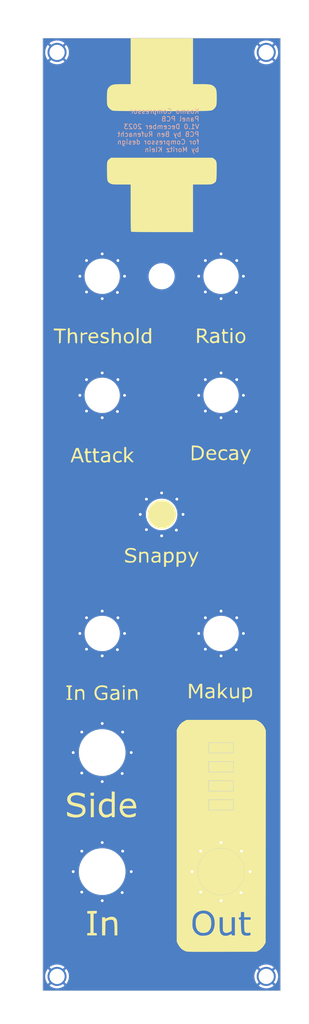
<source format=kicad_pcb>
(kicad_pcb (version 20221018) (generator pcbnew)
  (layers (0 "F.Cu" signal) (31 "B.Cu" signal) (34 "B.Paste" user) (35 "F.Paste" user) (36 "B.SilkS" user "B.Silkscreen") (37 "F.SilkS" user "F.Silkscreen") (38 "B.Mask" user) (39 "F.Mask" user) (44 "Edge.Cuts" user))
  (net 0 "")
  (net 1 "GND")
  (footprint "Kosmo_panel:Kosmo_Panel_Mounting_Hole" (layer "F.Cu") (at 53 197)
    (fp_text reference "H11" hide)
    (fp_text value "Mounting_Hole")
    (pad "1" thru_hole circle (at 0 0) (size 4 4) (drill 3.2) (layers "*.Cu" "*.Mask") (net 1 "GND"))
  )
  (footprint "Kosmo_panel:Kosmo_LED_2mmx5mm" (layer "F.Cu") (at 87.5 153)
    (fp_text reference "H17" hide)
    (fp_text value "LED_Hole_Rect")
    (fp_rect (start -2.6 -1.1) (end 2.6 1.1) (stroke (width 0.1)) (fill none) (layer "Edge.Cuts"))
  )
  (footprint "Kosmo_panel:Kosmo_Pot_Hole" (layer "F.Cu") (at 87.5 125)
    (fp_text reference "H3" hide)
    (fp_text value "Pot_Hole")
    (fp_circle (center 0 0) (end 3.7 0) (stroke (width 0.05)) (fill none) (layer "Edge.Cuts"))
    (pad "1" smd custom (at -4.7 0) (size 0.5 0.5) (layers "F.Cu" "F.Paste" "F.Mask") (net 1 "GND") (options (clearance outline) (anchor circle)) (primitives (gr_circle (center 4.7 0) (end 9.4 0) (width 1.6) (fill none))))
    (pad "1" smd custom (at -4.7 0) (size 0.5 0.5) (layers "B.Cu" "B.Paste" "B.Mask") (net 1 "GND") (options (clearance outline) (anchor circle)) (primitives (gr_circle (center 4.7 0) (end 9.4 0) (width 1.6) (fill none))))
    (pad "1" thru_hole circle (at -4.7 0) (size 0.8 0.8) (drill 0.6) (layers "*.Cu" "*.Mask") (net 1 "GND"))
    (pad "1" thru_hole circle (at -3.3 -3.3) (size 0.8 0.8) (drill 0.6) (layers "*.Cu" "*.Mask") (net 1 "GND"))
    (pad "1" thru_hole circle (at -3.3 3.3) (size 0.8 0.8) (drill 0.6) (layers "*.Cu" "*.Mask") (net 1 "GND"))
    (pad "1" thru_hole circle (at 0 -4.7) (size 0.8 0.8) (drill 0.6) (layers "*.Cu" "*.Mask") (net 1 "GND"))
    (pad "1" thru_hole circle (at 0 4.7) (size 0.8 0.8) (drill 0.6) (layers "*.Cu" "*.Mask") (net 1 "GND"))
    (pad "1" thru_hole circle (at 3.2 3.4) (size 0.8 0.8) (drill 0.6) (layers "*.Cu" "*.Mask") (net 1 "GND"))
    (pad "1" thru_hole circle (at 3.3 -3.3) (size 0.8 0.8) (drill 0.6) (layers "*.Cu" "*.Mask") (net 1 "GND"))
    (pad "1" thru_hole circle (at 4.7 0) (size 0.8 0.8) (drill 0.6) (layers "*.Cu" "*.Mask") (net 1 "GND"))
  )
  (footprint "Kosmo_panel:Kosmo_Jack_Hole" (layer "F.Cu") (at 62.5 175)
    (fp_text reference "H6" hide)
    (fp_text value "Jack_Hole")
    (fp_circle (center 0 0) (end 4.9 0) (stroke (width 0.05)) (fill none) (layer "Edge.Cuts"))
    (pad "1" smd custom (at -6.1 0) (size 0.5 0.5) (layers "F.Cu" "F.Paste" "F.Mask") (net 1 "GND") (options (clearance outline) (anchor circle)) (primitives (gr_circle (center 6.1 0) (end 12.2 0) (width 1.9) (fill none))))
    (pad "1" smd custom (at -6.1 0) (size 0.5 0.5) (layers "B.Cu" "B.Paste" "B.Mask") (net 1 "GND") (options (clearance outline) (anchor circle)) (primitives (gr_circle (center 6.1 0) (end 12.2 0) (width 1.9) (fill none))))
    (pad "1" thru_hole circle (at -6.1 0) (size 0.8 0.8) (drill 0.6) (layers "*.Cu" "*.Mask") (net 1 "GND"))
    (pad "1" thru_hole circle (at -4.3 -4.3) (size 0.8 0.8) (drill 0.6) (layers "*.Cu" "*.Mask") (net 1 "GND"))
    (pad "1" thru_hole circle (at -4.3 4.3) (size 0.8 0.8) (drill 0.6) (layers "*.Cu" "*.Mask") (net 1 "GND"))
    (pad "1" thru_hole circle (at 0 -6.1) (size 0.8 0.8) (drill 0.6) (layers "*.Cu" "*.Mask") (net 1 "GND"))
    (pad "1" thru_hole circle (at 0 6.1) (size 0.8 0.8) (drill 0.6) (layers "*.Cu" "*.Mask") (net 1 "GND"))
    (pad "1" thru_hole circle (at 4.2 4.4) (size 0.8 0.8) (drill 0.6) (layers "*.Cu" "*.Mask") (net 1 "GND"))
    (pad "1" thru_hole circle (at 4.3 -4.3) (size 0.8 0.8) (drill 0.6) (layers "*.Cu" "*.Mask") (net 1 "GND"))
    (pad "1" thru_hole circle (at 6.1 0) (size 0.8 0.8) (drill 0.6) (layers "*.Cu" "*.Mask") (net 1 "GND"))
  )
  (footprint "Kosmo_panel:Kosmo_Panel_Mounting_Hole" (layer "F.Cu") (at 53 3)
    (fp_text reference "H9" hide)
    (fp_text value "Mounting_Hole")
    (pad "1" thru_hole circle (at 0 0) (size 4 4) (drill 3.2) (layers "*.Cu" "*.Mask") (net 1 "GND"))
  )
  (footprint "Kosmo_panel:Kosmo_Pot_Hole" (layer "F.Cu") (at 62.5 125)
    (fp_text reference "H4" hide)
    (fp_text value "Pot_Hole")
    (fp_circle (center 0 0) (end 3.7 0) (stroke (width 0.05)) (fill none) (layer "Edge.Cuts"))
    (pad "1" smd custom (at -4.7 0) (size 0.5 0.5) (layers "F.Cu" "F.Paste" "F.Mask") (net 1 "GND") (options (clearance outline) (anchor circle)) (primitives (gr_circle (center 4.7 0) (end 9.4 0) (width 1.6) (fill none))))
    (pad "1" smd custom (at -4.7 0) (size 0.5 0.5) (layers "B.Cu" "B.Paste" "B.Mask") (net 1 "GND") (options (clearance outline) (anchor circle)) (primitives (gr_circle (center 4.7 0) (end 9.4 0) (width 1.6) (fill none))))
    (pad "1" thru_hole circle (at -4.7 0) (size 0.8 0.8) (drill 0.6) (layers "*.Cu" "*.Mask") (net 1 "GND"))
    (pad "1" thru_hole circle (at -3.3 -3.3) (size 0.8 0.8) (drill 0.6) (layers "*.Cu" "*.Mask") (net 1 "GND"))
    (pad "1" thru_hole circle (at -3.3 3.3) (size 0.8 0.8) (drill 0.6) (layers "*.Cu" "*.Mask") (net 1 "GND"))
    (pad "1" thru_hole circle (at 0 -4.7) (size 0.8 0.8) (drill 0.6) (layers "*.Cu" "*.Mask") (net 1 "GND"))
    (pad "1" thru_hole circle (at 0 4.7) (size 0.8 0.8) (drill 0.6) (layers "*.Cu" "*.Mask") (net 1 "GND"))
    (pad "1" thru_hole circle (at 3.2 3.4) (size 0.8 0.8) (drill 0.6) (layers "*.Cu" "*.Mask") (net 1 "GND"))
    (pad "1" thru_hole circle (at 3.3 -3.3) (size 0.8 0.8) (drill 0.6) (layers "*.Cu" "*.Mask") (net 1 "GND"))
    (pad "1" thru_hole circle (at 4.7 0) (size 0.8 0.8) (drill 0.6) (layers "*.Cu" "*.Mask") (net 1 "GND"))
  )
  (footprint "Kosmo_panel:Kosmo_Jack_Hole" (layer "F.Cu") (at 87.5 175)
    (fp_text reference "H7" hide)
    (fp_text value "Jack_Hole")
    (fp_circle (center 0 0) (end 4.9 0) (stroke (width 0.05)) (fill none) (layer "Edge.Cuts"))
    (pad "1" smd custom (at -6.1 0) (size 0.5 0.5) (layers "F.Cu" "F.Paste" "F.Mask") (net 1 "GND") (options (clearance outline) (anchor circle)) (primitives (gr_circle (center 6.1 0) (end 12.2 0) (width 1.9) (fill none))))
    (pad "1" smd custom (at -6.1 0) (size 0.5 0.5) (layers "B.Cu" "B.Paste" "B.Mask") (net 1 "GND") (options (clearance outline) (anchor circle)) (primitives (gr_circle (center 6.1 0) (end 12.2 0) (width 1.9) (fill none))))
    (pad "1" thru_hole circle (at -6.1 0) (size 0.8 0.8) (drill 0.6) (layers "*.Cu" "*.Mask") (net 1 "GND"))
    (pad "1" thru_hole circle (at -4.3 -4.3) (size 0.8 0.8) (drill 0.6) (layers "*.Cu" "*.Mask") (net 1 "GND"))
    (pad "1" thru_hole circle (at -4.3 4.3) (size 0.8 0.8) (drill 0.6) (layers "*.Cu" "*.Mask") (net 1 "GND"))
    (pad "1" thru_hole circle (at 0 -6.1) (size 0.8 0.8) (drill 0.6) (layers "*.Cu" "*.Mask") (net 1 "GND"))
    (pad "1" thru_hole circle (at 0 6.1) (size 0.8 0.8) (drill 0.6) (layers "*.Cu" "*.Mask") (net 1 "GND"))
    (pad "1" thru_hole circle (at 4.2 4.4) (size 0.8 0.8) (drill 0.6) (layers "*.Cu" "*.Mask") (net 1 "GND"))
    (pad "1" thru_hole circle (at 4.3 -4.3) (size 0.8 0.8) (drill 0.6) (layers "*.Cu" "*.Mask") (net 1 "GND"))
    (pad "1" thru_hole circle (at 6.1 0) (size 0.8 0.8) (drill 0.6) (layers "*.Cu" "*.Mask") (net 1 "GND"))
  )
  (footprint "Kosmo_panel:Kosmo_LED_2mmx5mm" (layer "F.Cu") (at 87.5 157)
    (fp_text reference "H18" hide)
    (fp_text value "LED_Hole_Rect")
    (fp_rect (start -2.6 -1.1) (end 2.6 1.1) (stroke (width 0.1)) (fill none) (layer "Edge.Cuts"))
  )
  (footprint "Kosmo_panel:Kosmo_LED_Hole" (layer "F.Cu") (at 75 50)
    (fp_text reference "H8" hide)
    (fp_text value "Led_Hole")
    (pad "" np_thru_hole circle (at 0 0) (size 5 5) (drill 5) (layers "F&B.Cu" "*.Mask"))
  )
  (footprint "Kosmo_panel:Kosmo_Panel_Mounting_Hole" (layer "F.Cu") (at 97 197)
    (fp_text reference "H12" hide)
    (fp_text value "Mounting_Hole")
    (pad "1" thru_hole circle (at 0 0) (size 4 4) (drill 3.2) (layers "*.Cu" "*.Mask") (net 1 "GND"))
  )
  (footprint "Kosmo_panel:Kosmo_Pot_Hole" (layer "F.Cu") (at 62.5 50)
    (fp_text reference "H13" hide)
    (fp_text value "Pot_Hole")
    (fp_circle (center 0 0) (end 3.7 0) (stroke (width 0.05)) (fill none) (layer "Edge.Cuts"))
    (pad "1" smd custom (at -4.7 0) (size 0.5 0.5) (layers "F.Cu" "F.Paste" "F.Mask") (net 1 "GND") (options (clearance outline) (anchor circle)) (primitives (gr_circle (center 4.7 0) (end 9.4 0) (width 1.6) (fill none))))
    (pad "1" smd custom (at -4.7 0) (size 0.5 0.5) (layers "B.Cu" "B.Paste" "B.Mask") (net 1 "GND") (options (clearance outline) (anchor circle)) (primitives (gr_circle (center 4.7 0) (end 9.4 0) (width 1.6) (fill none))))
    (pad "1" thru_hole circle (at -4.7 0) (size 0.8 0.8) (drill 0.6) (layers "*.Cu" "*.Mask") (net 1 "GND"))
    (pad "1" thru_hole circle (at -3.3 -3.3) (size 0.8 0.8) (drill 0.6) (layers "*.Cu" "*.Mask") (net 1 "GND"))
    (pad "1" thru_hole circle (at -3.3 3.3) (size 0.8 0.8) (drill 0.6) (layers "*.Cu" "*.Mask") (net 1 "GND"))
    (pad "1" thru_hole circle (at 0 -4.7) (size 0.8 0.8) (drill 0.6) (layers "*.Cu" "*.Mask") (net 1 "GND"))
    (pad "1" thru_hole circle (at 0 4.7) (size 0.8 0.8) (drill 0.6) (layers "*.Cu" "*.Mask") (net 1 "GND"))
    (pad "1" thru_hole circle (at 3.2 3.4) (size 0.8 0.8) (drill 0.6) (layers "*.Cu" "*.Mask") (net 1 "GND"))
    (pad "1" thru_hole circle (at 3.3 -3.3) (size 0.8 0.8) (drill 0.6) (layers "*.Cu" "*.Mask") (net 1 "GND"))
    (pad "1" thru_hole circle (at 4.7 0) (size 0.8 0.8) (drill 0.6) (layers "*.Cu" "*.Mask") (net 1 "GND"))
  )
  (footprint "Graphics:Silkscreen" (layer "F.Cu") (at 75 100)
    (fp_text reference "REF**" hide)
    (fp_text value "Silkscreen")
  )
  (footprint "Kosmo_panel:Kosmo_Pot_Hole" (layer "F.Cu") (at 87.5 75)
    (fp_text reference "H2" hide)
    (fp_text value "Pot_Hole")
    (fp_circle (center 0 0) (end 3.7 0) (stroke (width 0.05)) (fill none) (layer "Edge.Cuts"))
    (pad "1" smd custom (at -4.7 0) (size 0.5 0.5) (layers "F.Cu" "F.Paste" "F.Mask") (net 1 "GND") (options (clearance outline) (anchor circle)) (primitives (gr_circle (center 4.7 0) (end 9.4 0) (width 1.6) (fill none))))
    (pad "1" smd custom (at -4.7 0) (size 0.5 0.5) (layers "B.Cu" "B.Paste" "B.Mask") (net 1 "GND") (options (clearance outline) (anchor circle)) (primitives (gr_circle (center 4.7 0) (end 9.4 0) (width 1.6) (fill none))))
    (pad "1" thru_hole circle (at -4.7 0) (size 0.8 0.8) (drill 0.6) (layers "*.Cu" "*.Mask") (net 1 "GND"))
    (pad "1" thru_hole circle (at -3.3 -3.3) (size 0.8 0.8) (drill 0.6) (layers "*.Cu" "*.Mask") (net 1 "GND"))
    (pad "1" thru_hole circle (at -3.3 3.3) (size 0.8 0.8) (drill 0.6) (layers "*.Cu" "*.Mask") (net 1 "GND"))
    (pad "1" thru_hole circle (at 0 -4.7) (size 0.8 0.8) (drill 0.6) (layers "*.Cu" "*.Mask") (net 1 "GND"))
    (pad "1" thru_hole circle (at 0 4.7) (size 0.8 0.8) (drill 0.6) (layers "*.Cu" "*.Mask") (net 1 "GND"))
    (pad "1" thru_hole circle (at 3.2 3.4) (size 0.8 0.8) (drill 0.6) (layers "*.Cu" "*.Mask") (net 1 "GND"))
    (pad "1" thru_hole circle (at 3.3 -3.3) (size 0.8 0.8) (drill 0.6) (layers "*.Cu" "*.Mask") (net 1 "GND"))
    (pad "1" thru_hole circle (at 4.7 0) (size 0.8 0.8) (drill 0.6) (layers "*.Cu" "*.Mask") (net 1 "GND"))
  )
  (footprint "Graphics:Tin" (layer "F.Cu") (at 75 100)
    (fp_text reference "REF**" (at 0 -0.5 unlocked) (layer "F.SilkS") (effects (font (thickness 0.1))))
    (fp_text value "Tin")
  )
  (footprint "Kosmo_panel:Kosmo_Pot_Hole" (layer "F.Cu") (at 62.5 75)
    (fp_text reference "H1" hide)
    (fp_text value "Pot_Hole")
    (fp_circle (center 0 0) (end 3.7 0) (stroke (width 0.05)) (fill none) (layer "Edge.Cuts"))
    (pad "1" smd custom (at -4.7 0) (size 0.5 0.5) (layers "F.Cu" "F.Paste" "F.Mask") (net 1 "GND") (options (clearance outline) (anchor circle)) (primitives (gr_circle (center 4.7 0) (end 9.4 0) (width 1.6) (fill none))))
    (pad "1" smd custom (at -4.7 0) (size 0.5 0.5) (layers "B.Cu" "B.Paste" "B.Mask") (net 1 "GND") (options (clearance outline) (anchor circle)) (primitives (gr_circle (center 4.7 0) (end 9.4 0) (width 1.6) (fill none))))
    (pad "1" thru_hole circle (at -4.7 0) (size 0.8 0.8) (drill 0.6) (layers "*.Cu" "*.Mask") (net 1 "GND"))
    (pad "1" thru_hole circle (at -3.3 -3.3) (size 0.8 0.8) (drill 0.6) (layers "*.Cu" "*.Mask") (net 1 "GND"))
    (pad "1" thru_hole circle (at -3.3 3.3) (size 0.8 0.8) (drill 0.6) (layers "*.Cu" "*.Mask") (net 1 "GND"))
    (pad "1" thru_hole circle (at 0 -4.7) (size 0.8 0.8) (drill 0.6) (layers "*.Cu" "*.Mask") (net 1 "GND"))
    (pad "1" thru_hole circle (at 0 4.7) (size 0.8 0.8) (drill 0.6) (layers "*.Cu" "*.Mask") (net 1 "GND"))
    (pad "1" thru_hole circle (at 3.2 3.4) (size 0.8 0.8) (drill 0.6) (layers "*.Cu" "*.Mask") (net 1 "GND"))
    (pad "1" thru_hole circle (at 3.3 -3.3) (size 0.8 0.8) (drill 0.6) (layers "*.Cu" "*.Mask") (net 1 "GND"))
    (pad "1" thru_hole circle (at 4.7 0) (size 0.8 0.8) (drill 0.6) (layers "*.Cu" "*.Mask") (net 1 "GND"))
  )
  (footprint "Kosmo_panel:Kosmo_Jack_Hole" (layer "F.Cu") (at 62.5 150)
    (fp_text reference "H5" hide)
    (fp_text value "Jack_Hole")
    (fp_circle (center 0 0) (end 4.9 0) (stroke (width 0.05)) (fill none) (layer "Edge.Cuts"))
    (pad "1" smd custom (at -6.1 0) (size 0.5 0.5) (layers "F.Cu" "F.Paste" "F.Mask") (net 1 "GND") (options (clearance outline) (anchor circle)) (primitives (gr_circle (center 6.1 0) (end 12.2 0) (width 1.9) (fill none))))
    (pad "1" smd custom (at -6.1 0) (size 0.5 0.5) (layers "B.Cu" "B.Paste" "B.Mask") (net 1 "GND") (options (clearance outline) (anchor circle)) (primitives (gr_circle (center 6.1 0) (end 12.2 0) (width 1.9) (fill none))))
    (pad "1" thru_hole circle (at -6.1 0) (size 0.8 0.8) (drill 0.6) (layers "*.Cu" "*.Mask") (net 1 "GND"))
    (pad "1" thru_hole circle (at -4.3 -4.3) (size 0.8 0.8) (drill 0.6) (layers "*.Cu" "*.Mask") (net 1 "GND"))
    (pad "1" thru_hole circle (at -4.3 4.3) (size 0.8 0.8) (drill 0.6) (layers "*.Cu" "*.Mask") (net 1 "GND"))
    (pad "1" thru_hole circle (at 0 -6.1) (size 0.8 0.8) (drill 0.6) (layers "*.Cu" "*.Mask") (net 1 "GND"))
    (pad "1" thru_hole circle (at 0 6.1) (size 0.8 0.8) (drill 0.6) (layers "*.Cu" "*.Mask") (net 1 "GND"))
    (pad "1" thru_hole circle (at 4.2 4.4) (size 0.8 0.8) (drill 0.6) (layers "*.Cu" "*.Mask") (net 1 "GND"))
    (pad "1" thru_hole circle (at 4.3 -4.3) (size 0.8 0.8) (drill 0.6) (layers "*.Cu" "*.Mask") (net 1 "GND"))
    (pad "1" thru_hole circle (at 6.1 0) (size 0.8 0.8) (drill 0.6) (layers "*.Cu" "*.Mask") (net 1 "GND"))
  )
  (footprint "Kosmo_panel:Kosmo_LED_2mmx5mm" (layer "F.Cu") (at 87.5 149)
    (fp_text reference "H16" hide)
    (fp_text value "LED_Hole_Rect")
    (fp_rect (start -2.6 -1.1) (end 2.6 1.1) (stroke (width 0.1)) (fill none) (layer "Edge.Cuts"))
  )
  (footprint "Kosmo_panel:Kosmo_Switch_Hole" (layer "F.Cu") (at 75 100)
    (fp_text reference "H15" hide)
    (fp_text value "Switch_Hole")
    (fp_circle (center 0 0) (end 3.3 0) (stroke (width 0.05)) (fill none) (layer "Edge.Cuts"))
    (pad "1" smd custom (at -4.5 0) (size 0.5 0.5) (layers "F.Cu" "F.Paste" "F.Mask") (net 1 "GND") (options (clearance outline) (anchor circle)) (primitives (gr_circle (center 4.5 0) (end 9 0) (width 2) (fill none))))
    (pad "1" smd custom (at -4.5 0) (size 0.5 0.5) (layers "B.Cu" "B.Paste" "B.Mask") (net 1 "GND") (options (clearance outline) (anchor circle)) (primitives (gr_circle (center 4.5 0) (end 9 0) (width 2) (fill none))))
    (pad "1" thru_hole circle (at -4.5 0) (size 0.8 0.8) (drill 0.6) (layers "*.Mask" "F.Cu" "In1.Cu" "B.Cu") (net 1 "GND"))
    (pad "1" thru_hole circle (at -3.2 -3.2) (size 0.8 0.8) (drill 0.6) (layers "*.Mask" "F.Cu" "In1.Cu" "B.Cu") (net 1 "GND"))
    (pad "1" thru_hole circle (at -3.2 3.2) (size 0.8 0.8) (drill 0.6) (layers "*.Mask" "F.Cu" "In1.Cu" "B.Cu") (net 1 "GND"))
    (pad "1" thru_hole circle (at 0 -4.5) (size 0.8 0.8) (drill 0.6) (layers "*.Mask" "F.Cu" "In1.Cu" "B.Cu") (net 1 "GND"))
    (pad "1" thru_hole circle (at 0 4.5) (size 0.8 0.8) (drill 0.6) (layers "*.Mask" "F.Cu" "In1.Cu" "B.Cu") (net 1 "GND"))
    (pad "1" thru_hole circle (at 3.1 3.3) (size 0.8 0.8) (drill 0.6) (layers "*.Mask" "F.Cu" "In1.Cu" "B.Cu") (net 1 "GND"))
    (pad "1" thru_hole circle (at 3.2 -3.2) (size 0.8 0.8) (drill 0.6) (layers "*.Mask" "F.Cu" "In1.Cu" "B.Cu") (net 1 "GND"))
    (pad "1" thru_hole circle (at 4.5 0) (size 0.8 0.8) (drill 0.6) (layers "*.Mask" "F.Cu" "In1.Cu" "B.Cu") (net 1 "GND"))
  )
  (footprint "Kosmo_panel:Kosmo_Panel_Mounting_Hole" (layer "F.Cu") (at 97 3)
    (fp_text reference "H10" hide)
    (fp_text value "Mounting_Hole")
    (pad "1" thru_hole circle (at 0 0) (size 4 4) (drill 3.2) (layers "*.Cu" "*.Mask") (net 1 "GND"))
  )
  (footprint "Kosmo_panel:Kosmo_Pot_Hole" (layer "F.Cu") (at 87.5 50)
    (fp_text reference "H14" hide)
    (fp_text value "Pot_Hole")
    (fp_circle (center 0 0) (end 3.7 0) (stroke (width 0.05)) (fill none) (layer "Edge.Cuts"))
    (pad "1" smd custom (at -4.7 0) (size 0.5 0.5) (layers "F.Cu" "F.Paste" "F.Mask") (net 1 "GND") (options (clearance outline) (anchor circle)) (primitives (gr_circle (center 4.7 0) (end 9.4 0) (width 1.6) (fill none))))
    (pad "1" smd custom (at -4.7 0) (size 0.5 0.5) (layers "B.Cu" "B.Paste" "B.Mask") (net 1 "GND") (options (clearance outline) (anchor circle)) (primitives (gr_circle (center 4.7 0) (end 9.4 0) (width 1.6) (fill none))))
    (pad "1" thru_hole circle (at -4.7 0) (size 0.8 0.8) (drill 0.6) (layers "*.Cu" "*.Mask") (net 1 "GND"))
    (pad "1" thru_hole circle (at -3.3 -3.3) (size 0.8 0.8) (drill 0.6) (layers "*.Cu" "*.Mask") (net 1 "GND"))
    (pad "1" thru_hole circle (at -3.3 3.3) (size 0.8 0.8) (drill 0.6) (layers "*.Cu" "*.Mask") (net 1 "GND"))
    (pad "1" thru_hole circle (at 0 -4.7) (size 0.8 0.8) (drill 0.6) (layers "*.Cu" "*.Mask") (net 1 "GND"))
    (pad "1" thru_hole circle (at 0 4.7) (size 0.8 0.8) (drill 0.6) (layers "*.Cu" "*.Mask") (net 1 "GND"))
    (pad "1" thru_hole circle (at 3.2 3.4) (size 0.8 0.8) (drill 0.6) (layers "*.Cu" "*.Mask") (net 1 "GND"))
    (pad "1" thru_hole circle (at 3.3 -3.3) (size 0.8 0.8) (drill 0.6) (layers "*.Cu" "*.Mask") (net 1 "GND"))
    (pad "1" thru_hole circle (at 4.7 0) (size 0.8 0.8) (drill 0.6) (layers "*.Cu" "*.Mask") (net 1 "GND"))
  )
  (footprint "Kosmo_panel:Kosmo_LED_2mmx5mm" (layer "F.Cu") (at 87.5 161)
    (fp_text reference "H19" hide)
    (fp_text value "LED_Hole_Rect")
    (fp_rect (start -2.6 -1.1) (end 2.6 1.1) (stroke (width 0.1)) (fill none) (layer "Edge.Cuts"))
  )
  (gr_rect (start 50 0) (end 100 200) (stroke (width 0.1)) (fill none) (layer "Edge.Cuts"))
  (gr_text "Kosmo Compressor\nPanel PCB\nV1.0 December 2023\nPCB by Ben Rufenacht\nfor Compressor design \nby Moritz Klein" (at 83 24) (layer "B.SilkS") (effects (font (size 1 1)) (justify left bottom mirror)))
  (zone (net 1) (net_name "GND") (layer "F.Cu") (connect_pads (clearance 0.5)) (min_thickness 0.25) (fill yes (thermal_gap 0.5) (thermal_bridge_width 0.5))
    (polygon (pts (xy 47 -4) (xy 103 -4) (xy 103 203) (xy 44 204)))
  )
  (zone (net 1) (net_name "GND") (layer "B.Cu") (priority 1) (connect_pads (clearance 0.5)) (min_thickness 0.25) (fill yes (thermal_gap 0.5) (thermal_bridge_width 0.5))
    (polygon (pts (xy 44 -8) (xy 106 -7) (xy 104 206) (xy 41 207)))
  )
)
</source>
